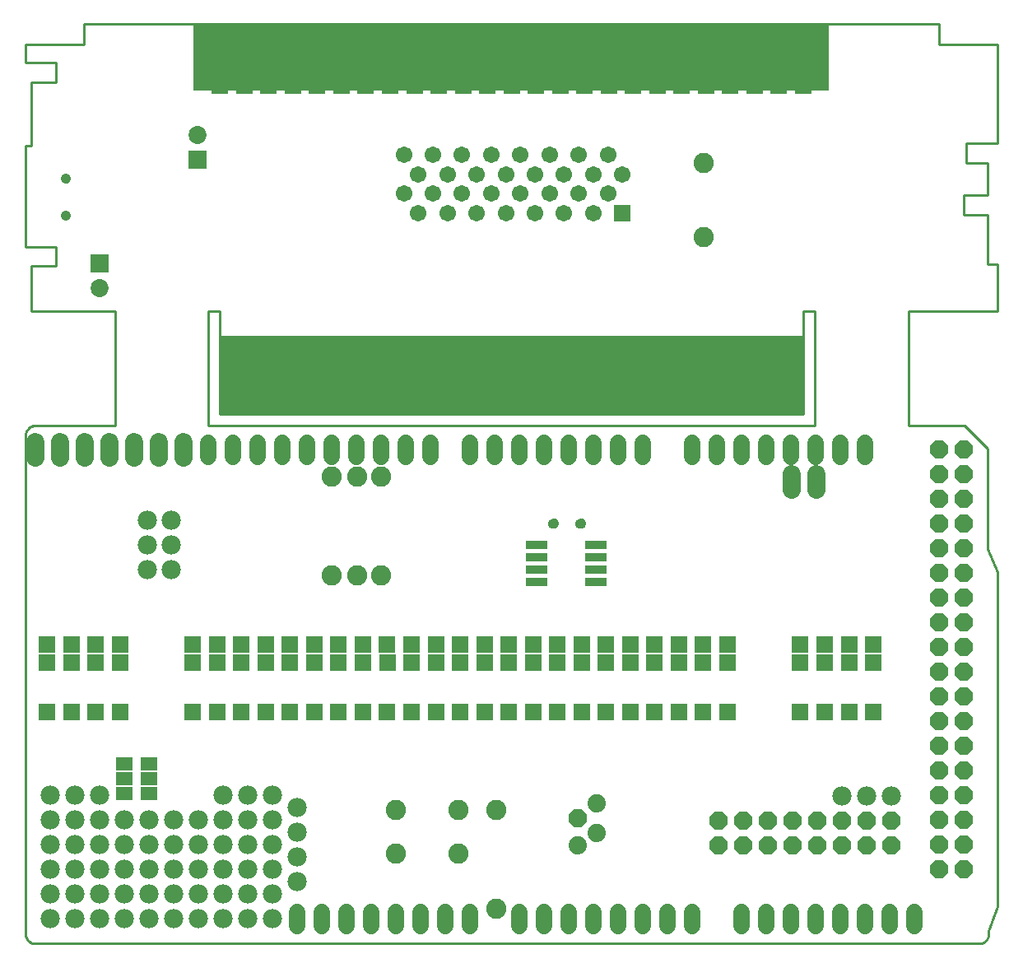
<source format=gts>
G75*
%MOIN*%
%OFA0B0*%
%FSLAX25Y25*%
%IPPOS*%
%LPD*%
%AMOC8*
5,1,8,0,0,1.08239X$1,22.5*
%
%ADD10C,0.01000*%
%ADD11R,2.36220X0.32283*%
%ADD12R,2.57283X0.27362*%
%ADD13C,0.06546*%
%ADD14OC8,0.07400*%
%ADD15OC8,0.07200*%
%ADD16C,0.08200*%
%ADD17C,0.07400*%
%ADD18C,0.07200*%
%ADD19R,0.08800X0.03400*%
%ADD20R,0.07137X0.07137*%
%ADD21C,0.00500*%
%ADD22C,0.07800*%
%ADD23R,0.07100X0.05400*%
%ADD24R,0.08674X0.28359*%
%ADD25R,0.06706X0.28359*%
%ADD26C,0.00000*%
%ADD27C,0.04146*%
%ADD28R,0.07300X0.07300*%
%ADD29C,0.07300*%
%ADD30C,0.06743*%
%ADD31R,0.06743X0.06743*%
D10*
X0013866Y0005937D02*
X0013866Y0207906D01*
X0013868Y0208030D01*
X0013874Y0208153D01*
X0013883Y0208277D01*
X0013897Y0208399D01*
X0013914Y0208522D01*
X0013936Y0208644D01*
X0013961Y0208765D01*
X0013990Y0208885D01*
X0014022Y0209004D01*
X0014059Y0209123D01*
X0014099Y0209240D01*
X0014142Y0209355D01*
X0014190Y0209470D01*
X0014241Y0209582D01*
X0014295Y0209693D01*
X0014353Y0209803D01*
X0014414Y0209910D01*
X0014479Y0210016D01*
X0014547Y0210119D01*
X0014618Y0210220D01*
X0014692Y0210319D01*
X0014769Y0210416D01*
X0014850Y0210510D01*
X0014933Y0210601D01*
X0015019Y0210690D01*
X0015108Y0210776D01*
X0015199Y0210859D01*
X0015293Y0210940D01*
X0015390Y0211017D01*
X0015489Y0211091D01*
X0015590Y0211162D01*
X0015693Y0211230D01*
X0015799Y0211295D01*
X0015906Y0211356D01*
X0016016Y0211414D01*
X0016127Y0211468D01*
X0016239Y0211519D01*
X0016354Y0211567D01*
X0016469Y0211610D01*
X0016586Y0211650D01*
X0016705Y0211687D01*
X0016824Y0211719D01*
X0016944Y0211748D01*
X0017065Y0211773D01*
X0017187Y0211795D01*
X0017310Y0211812D01*
X0017432Y0211826D01*
X0017556Y0211835D01*
X0017679Y0211841D01*
X0017803Y0211843D01*
X0050087Y0211843D01*
X0050087Y0258299D01*
X0016228Y0258299D01*
X0016228Y0276409D01*
X0026071Y0276409D01*
X0026071Y0284283D01*
X0013866Y0284283D01*
X0013866Y0325228D01*
X0016228Y0325228D01*
X0016228Y0350819D01*
X0026071Y0350819D01*
X0026071Y0358693D01*
X0013866Y0358693D01*
X0013866Y0366173D01*
X0037488Y0366173D01*
X0037488Y0374441D01*
X0383945Y0374441D01*
X0383945Y0366173D01*
X0407567Y0366173D01*
X0407567Y0326016D01*
X0394969Y0326016D01*
X0394969Y0318142D01*
X0403630Y0318142D01*
X0403630Y0305150D01*
X0393787Y0305150D01*
X0393787Y0297276D01*
X0403630Y0297276D01*
X0403630Y0277197D01*
X0407567Y0277197D01*
X0407567Y0258299D01*
X0371346Y0258299D01*
X0371346Y0211843D01*
X0394181Y0211843D01*
X0403630Y0202394D01*
X0403630Y0161843D01*
X0407567Y0152394D01*
X0407567Y0017000D01*
X0403866Y0007000D01*
X0403866Y0005937D01*
X0403864Y0005813D01*
X0403858Y0005690D01*
X0403849Y0005566D01*
X0403835Y0005444D01*
X0403818Y0005321D01*
X0403796Y0005199D01*
X0403771Y0005078D01*
X0403742Y0004958D01*
X0403710Y0004839D01*
X0403673Y0004720D01*
X0403633Y0004603D01*
X0403590Y0004488D01*
X0403542Y0004373D01*
X0403491Y0004261D01*
X0403437Y0004150D01*
X0403379Y0004040D01*
X0403318Y0003933D01*
X0403253Y0003827D01*
X0403185Y0003724D01*
X0403114Y0003623D01*
X0403040Y0003524D01*
X0402963Y0003427D01*
X0402882Y0003333D01*
X0402799Y0003242D01*
X0402713Y0003153D01*
X0402624Y0003067D01*
X0402533Y0002984D01*
X0402439Y0002903D01*
X0402342Y0002826D01*
X0402243Y0002752D01*
X0402142Y0002681D01*
X0402039Y0002613D01*
X0401933Y0002548D01*
X0401826Y0002487D01*
X0401716Y0002429D01*
X0401605Y0002375D01*
X0401493Y0002324D01*
X0401378Y0002276D01*
X0401263Y0002233D01*
X0401146Y0002193D01*
X0401027Y0002156D01*
X0400908Y0002124D01*
X0400788Y0002095D01*
X0400667Y0002070D01*
X0400545Y0002048D01*
X0400422Y0002031D01*
X0400300Y0002017D01*
X0400176Y0002008D01*
X0400053Y0002002D01*
X0399929Y0002000D01*
X0017803Y0002000D01*
X0017679Y0002002D01*
X0017556Y0002008D01*
X0017432Y0002017D01*
X0017310Y0002031D01*
X0017187Y0002048D01*
X0017065Y0002070D01*
X0016944Y0002095D01*
X0016824Y0002124D01*
X0016705Y0002156D01*
X0016586Y0002193D01*
X0016469Y0002233D01*
X0016354Y0002276D01*
X0016239Y0002324D01*
X0016127Y0002375D01*
X0016016Y0002429D01*
X0015906Y0002487D01*
X0015799Y0002548D01*
X0015693Y0002613D01*
X0015590Y0002681D01*
X0015489Y0002752D01*
X0015390Y0002826D01*
X0015293Y0002903D01*
X0015199Y0002984D01*
X0015108Y0003067D01*
X0015019Y0003153D01*
X0014933Y0003242D01*
X0014850Y0003333D01*
X0014769Y0003427D01*
X0014692Y0003524D01*
X0014618Y0003623D01*
X0014547Y0003724D01*
X0014479Y0003827D01*
X0014414Y0003933D01*
X0014353Y0004040D01*
X0014295Y0004150D01*
X0014241Y0004261D01*
X0014190Y0004373D01*
X0014142Y0004488D01*
X0014099Y0004603D01*
X0014059Y0004720D01*
X0014022Y0004839D01*
X0013990Y0004958D01*
X0013961Y0005078D01*
X0013936Y0005199D01*
X0013914Y0005321D01*
X0013897Y0005444D01*
X0013883Y0005566D01*
X0013874Y0005690D01*
X0013868Y0005813D01*
X0013866Y0005937D01*
X0087882Y0211843D02*
X0087882Y0258299D01*
X0092606Y0258299D01*
X0092606Y0216567D01*
X0328827Y0216567D01*
X0328827Y0258299D01*
X0333551Y0258299D01*
X0333551Y0211843D01*
X0087882Y0211843D01*
D11*
X0210717Y0232315D03*
X0210717Y0232315D03*
D12*
X0210618Y0361154D03*
D13*
X0213866Y0204873D02*
X0213866Y0199127D01*
X0223866Y0199127D02*
X0223866Y0204873D01*
X0233866Y0204873D02*
X0233866Y0199127D01*
X0243866Y0199127D02*
X0243866Y0204873D01*
X0253866Y0204873D02*
X0253866Y0199127D01*
X0263866Y0199127D02*
X0263866Y0204873D01*
X0283866Y0204873D02*
X0283866Y0199127D01*
X0293866Y0199127D02*
X0293866Y0204873D01*
X0303866Y0204873D02*
X0303866Y0199127D01*
X0313866Y0199127D02*
X0313866Y0204873D01*
X0323866Y0204873D02*
X0323866Y0199127D01*
X0333866Y0199127D02*
X0333866Y0204873D01*
X0343866Y0204873D02*
X0343866Y0199127D01*
X0353866Y0199127D02*
X0353866Y0204873D01*
X0203866Y0204873D02*
X0203866Y0199127D01*
X0193866Y0199127D02*
X0193866Y0204873D01*
X0177866Y0204873D02*
X0177866Y0199127D01*
X0167866Y0199127D02*
X0167866Y0204873D01*
X0157866Y0204873D02*
X0157866Y0199127D01*
X0147866Y0199127D02*
X0147866Y0204873D01*
X0137866Y0204873D02*
X0137866Y0199127D01*
X0127866Y0199127D02*
X0127866Y0204873D01*
X0117866Y0204873D02*
X0117866Y0199127D01*
X0107866Y0199127D02*
X0107866Y0204873D01*
X0097866Y0204873D02*
X0097866Y0199127D01*
X0087866Y0199127D02*
X0087866Y0204873D01*
X0123866Y0014873D02*
X0123866Y0009127D01*
X0133866Y0009127D02*
X0133866Y0014873D01*
X0143866Y0014873D02*
X0143866Y0009127D01*
X0153866Y0009127D02*
X0153866Y0014873D01*
X0163866Y0014873D02*
X0163866Y0009127D01*
X0173866Y0009127D02*
X0173866Y0014873D01*
X0183866Y0014873D02*
X0183866Y0009127D01*
X0193866Y0009127D02*
X0193866Y0014873D01*
X0213866Y0014873D02*
X0213866Y0009127D01*
X0223866Y0009127D02*
X0223866Y0014873D01*
X0233866Y0014873D02*
X0233866Y0009127D01*
X0243866Y0009127D02*
X0243866Y0014873D01*
X0253866Y0014873D02*
X0253866Y0009127D01*
X0263866Y0009127D02*
X0263866Y0014873D01*
X0273866Y0014873D02*
X0273866Y0009127D01*
X0283866Y0009127D02*
X0283866Y0014873D01*
X0303866Y0014873D02*
X0303866Y0009127D01*
X0313866Y0009127D02*
X0313866Y0014873D01*
X0323866Y0014873D02*
X0323866Y0009127D01*
X0333866Y0009127D02*
X0333866Y0014873D01*
X0343866Y0014873D02*
X0343866Y0009127D01*
X0353866Y0009127D02*
X0353866Y0014873D01*
X0363866Y0014873D02*
X0363866Y0009127D01*
X0373866Y0009127D02*
X0373866Y0014873D01*
D14*
X0383866Y0032000D03*
X0383866Y0042000D03*
X0383866Y0052000D03*
X0383866Y0062000D03*
X0383866Y0072000D03*
X0383866Y0082000D03*
X0383866Y0092000D03*
X0383866Y0102000D03*
X0383866Y0112000D03*
X0383866Y0122000D03*
X0383866Y0132000D03*
X0383866Y0142000D03*
X0383866Y0152000D03*
X0383866Y0162000D03*
X0383866Y0172000D03*
X0383866Y0182000D03*
X0383866Y0192000D03*
X0383866Y0202000D03*
X0393866Y0202000D03*
X0393866Y0192000D03*
X0393866Y0182000D03*
X0393866Y0172000D03*
X0393866Y0162000D03*
X0393866Y0152000D03*
X0393866Y0142000D03*
X0393866Y0132000D03*
X0393866Y0122000D03*
X0393866Y0112000D03*
X0393866Y0102000D03*
X0393866Y0092000D03*
X0393866Y0082000D03*
X0393866Y0072000D03*
X0393866Y0062000D03*
X0393866Y0052000D03*
X0393866Y0042000D03*
X0393866Y0032000D03*
X0237613Y0052925D03*
D15*
X0294614Y0051882D03*
X0294614Y0041882D03*
X0304614Y0041882D03*
X0304614Y0051882D03*
X0314614Y0051882D03*
X0314614Y0041882D03*
X0324614Y0041882D03*
X0324614Y0051882D03*
X0334614Y0051882D03*
X0334614Y0041882D03*
X0344614Y0041882D03*
X0344614Y0051882D03*
X0354614Y0051882D03*
X0354614Y0041882D03*
X0364614Y0041882D03*
X0364614Y0051882D03*
D16*
X0204575Y0056252D03*
X0189265Y0056176D03*
X0189265Y0038376D03*
X0204575Y0016252D03*
X0163665Y0038376D03*
X0163665Y0056176D03*
X0157961Y0151291D03*
X0148118Y0151291D03*
X0137882Y0151291D03*
X0137882Y0191291D03*
X0148118Y0191291D03*
X0157961Y0191291D03*
X0288472Y0288181D03*
X0288472Y0318181D03*
D17*
X0245238Y0058925D03*
X0245238Y0046925D03*
X0237613Y0041925D03*
D18*
X0324024Y0185808D02*
X0324024Y0192208D01*
X0334024Y0192208D02*
X0334024Y0185808D01*
X0077921Y0198800D02*
X0077921Y0205200D01*
X0067921Y0205200D02*
X0067921Y0198800D01*
X0057921Y0198800D02*
X0057921Y0205200D01*
X0047921Y0205200D02*
X0047921Y0198800D01*
X0037921Y0198800D02*
X0037921Y0205200D01*
X0027921Y0205200D02*
X0027921Y0198800D01*
X0017921Y0198800D02*
X0017921Y0205200D01*
D19*
X0220664Y0163437D03*
X0220664Y0158437D03*
X0220664Y0153437D03*
X0220664Y0148437D03*
X0244864Y0148437D03*
X0244864Y0153437D03*
X0244864Y0158437D03*
X0244864Y0163437D03*
D20*
X0248906Y0123014D03*
X0248913Y0115671D03*
X0239071Y0115671D03*
X0239063Y0123014D03*
X0229220Y0123014D03*
X0229228Y0115671D03*
X0219386Y0115671D03*
X0219378Y0123014D03*
X0209535Y0123014D03*
X0209543Y0115671D03*
X0199701Y0115671D03*
X0199693Y0123014D03*
X0189850Y0123014D03*
X0189858Y0115671D03*
X0180016Y0115671D03*
X0180008Y0123014D03*
X0170165Y0123014D03*
X0170173Y0115671D03*
X0160331Y0115671D03*
X0160323Y0123014D03*
X0150480Y0123014D03*
X0150488Y0115671D03*
X0140646Y0115671D03*
X0140638Y0123014D03*
X0130795Y0123014D03*
X0130803Y0115671D03*
X0120961Y0115671D03*
X0120953Y0123014D03*
X0111110Y0123014D03*
X0111118Y0115671D03*
X0101276Y0115671D03*
X0101268Y0123014D03*
X0091425Y0123014D03*
X0091433Y0115671D03*
X0081591Y0115671D03*
X0081583Y0123014D03*
X0081583Y0095947D03*
X0091425Y0095947D03*
X0101268Y0095947D03*
X0111110Y0095947D03*
X0120953Y0095947D03*
X0130795Y0095947D03*
X0140638Y0095947D03*
X0150480Y0095947D03*
X0160323Y0095947D03*
X0170165Y0095947D03*
X0180008Y0095947D03*
X0189850Y0095947D03*
X0199693Y0095947D03*
X0209535Y0095947D03*
X0219378Y0095947D03*
X0229220Y0095947D03*
X0239063Y0095947D03*
X0248906Y0095947D03*
X0258748Y0095947D03*
X0268591Y0095947D03*
X0278433Y0095947D03*
X0288276Y0095947D03*
X0298118Y0095947D03*
X0298126Y0115671D03*
X0298118Y0123014D03*
X0288276Y0123014D03*
X0288283Y0115671D03*
X0278441Y0115671D03*
X0278433Y0123014D03*
X0268591Y0123014D03*
X0268598Y0115671D03*
X0258756Y0115671D03*
X0258748Y0123014D03*
X0327646Y0123014D03*
X0327654Y0115671D03*
X0337496Y0115671D03*
X0337488Y0123014D03*
X0347331Y0123014D03*
X0347339Y0115671D03*
X0357181Y0115671D03*
X0357173Y0123014D03*
X0357173Y0095947D03*
X0347331Y0095947D03*
X0337488Y0095947D03*
X0327646Y0095947D03*
X0052055Y0095947D03*
X0042213Y0095947D03*
X0032370Y0095947D03*
X0022528Y0095947D03*
X0022535Y0115671D03*
X0022528Y0123014D03*
X0032370Y0123014D03*
X0032378Y0115671D03*
X0042220Y0115671D03*
X0042213Y0123014D03*
X0052055Y0123014D03*
X0052063Y0115671D03*
D21*
X0225929Y0171639D02*
X0225878Y0172019D01*
X0225913Y0172419D01*
X0226036Y0172802D01*
X0226241Y0173147D01*
X0226518Y0173439D01*
X0226853Y0173661D01*
X0227229Y0173803D01*
X0227628Y0173858D01*
X0228021Y0173807D01*
X0228392Y0173670D01*
X0228724Y0173454D01*
X0229000Y0173169D01*
X0229205Y0172829D01*
X0229330Y0172453D01*
X0229367Y0172059D01*
X0229321Y0171675D01*
X0229190Y0171312D01*
X0228982Y0170986D01*
X0228706Y0170716D01*
X0228378Y0170513D01*
X0228012Y0170388D01*
X0227628Y0170348D01*
X0227246Y0170382D01*
X0226882Y0170500D01*
X0226553Y0170697D01*
X0226275Y0170961D01*
X0226064Y0171280D01*
X0225929Y0171639D01*
X0225984Y0171494D02*
X0229256Y0171494D01*
X0229359Y0171992D02*
X0225881Y0171992D01*
X0225936Y0172491D02*
X0229317Y0172491D01*
X0229108Y0172989D02*
X0226147Y0172989D01*
X0226592Y0173488D02*
X0228672Y0173488D01*
X0228988Y0170995D02*
X0226253Y0170995D01*
X0226893Y0170497D02*
X0228331Y0170497D01*
X0236949Y0171639D02*
X0236898Y0172019D01*
X0236933Y0172419D01*
X0237056Y0172802D01*
X0237261Y0173147D01*
X0237538Y0173439D01*
X0237873Y0173661D01*
X0238249Y0173803D01*
X0238648Y0173858D01*
X0239041Y0173807D01*
X0239413Y0173670D01*
X0239744Y0173454D01*
X0240020Y0173169D01*
X0240225Y0172829D01*
X0240350Y0172453D01*
X0240387Y0172059D01*
X0240341Y0171675D01*
X0240210Y0171312D01*
X0240002Y0170986D01*
X0239726Y0170716D01*
X0239398Y0170513D01*
X0239032Y0170388D01*
X0238648Y0170348D01*
X0238266Y0170382D01*
X0237902Y0170500D01*
X0237573Y0170697D01*
X0237296Y0170961D01*
X0237084Y0171280D01*
X0236949Y0171639D01*
X0237004Y0171494D02*
X0240276Y0171494D01*
X0240379Y0171992D02*
X0236901Y0171992D01*
X0236956Y0172491D02*
X0240337Y0172491D01*
X0240128Y0172989D02*
X0237167Y0172989D01*
X0237612Y0173488D02*
X0239692Y0173488D01*
X0240008Y0170995D02*
X0237273Y0170995D01*
X0237913Y0170497D02*
X0239351Y0170497D01*
D22*
X0344575Y0061724D03*
X0354575Y0061724D03*
X0364575Y0061724D03*
X0123866Y0057000D03*
X0123866Y0047000D03*
X0123866Y0037000D03*
X0123866Y0027000D03*
X0113866Y0022000D03*
X0103866Y0022000D03*
X0103866Y0012000D03*
X0113866Y0012000D03*
X0093866Y0012000D03*
X0083866Y0012000D03*
X0073866Y0012000D03*
X0073866Y0022000D03*
X0083866Y0022000D03*
X0093866Y0022000D03*
X0093866Y0032000D03*
X0083866Y0032000D03*
X0073866Y0032000D03*
X0063866Y0032000D03*
X0053866Y0032000D03*
X0043866Y0032000D03*
X0033866Y0032000D03*
X0023866Y0032000D03*
X0023866Y0022000D03*
X0023866Y0012000D03*
X0033866Y0012000D03*
X0033866Y0022000D03*
X0043866Y0022000D03*
X0043866Y0012000D03*
X0053866Y0012000D03*
X0053866Y0022000D03*
X0063866Y0022000D03*
X0063866Y0012000D03*
X0063866Y0042000D03*
X0053866Y0042000D03*
X0053866Y0052000D03*
X0063866Y0052000D03*
X0073866Y0052000D03*
X0073866Y0042000D03*
X0083866Y0042000D03*
X0083866Y0052000D03*
X0093866Y0052000D03*
X0093866Y0042000D03*
X0103866Y0042000D03*
X0103866Y0052000D03*
X0113866Y0052000D03*
X0113866Y0042000D03*
X0113866Y0032000D03*
X0103866Y0032000D03*
X0103866Y0062000D03*
X0113866Y0062000D03*
X0093866Y0062000D03*
X0043866Y0062000D03*
X0033866Y0062000D03*
X0023866Y0062000D03*
X0023866Y0052000D03*
X0023866Y0042000D03*
X0033866Y0042000D03*
X0033866Y0052000D03*
X0043866Y0052000D03*
X0043866Y0042000D03*
X0063079Y0153417D03*
X0072921Y0153417D03*
X0072921Y0163417D03*
X0063079Y0163417D03*
X0063079Y0173417D03*
X0072921Y0173417D03*
D23*
X0063866Y0074929D03*
X0063866Y0068929D03*
X0063866Y0062929D03*
X0053827Y0062929D03*
X0053827Y0068929D03*
X0053827Y0074929D03*
D24*
X0101465Y0234283D03*
X0319969Y0234283D03*
D25*
X0309142Y0234283D03*
X0299299Y0234283D03*
X0289457Y0234283D03*
X0279614Y0234283D03*
X0269772Y0234283D03*
X0259929Y0234283D03*
X0250087Y0234283D03*
X0240244Y0234283D03*
X0230402Y0234283D03*
X0220559Y0234283D03*
X0210717Y0234283D03*
X0200874Y0234283D03*
X0191031Y0234283D03*
X0181189Y0234283D03*
X0171346Y0234283D03*
X0161504Y0234283D03*
X0151661Y0234283D03*
X0141819Y0234283D03*
X0131976Y0234283D03*
X0122134Y0234283D03*
X0112291Y0234283D03*
X0112291Y0360268D03*
X0102449Y0360268D03*
X0092606Y0360268D03*
X0122134Y0360268D03*
X0131976Y0360268D03*
X0141819Y0360268D03*
X0151661Y0360268D03*
X0161504Y0360268D03*
X0171346Y0360268D03*
X0181189Y0360268D03*
X0191031Y0360268D03*
X0200874Y0360268D03*
X0210717Y0360268D03*
X0220559Y0360268D03*
X0230402Y0360268D03*
X0240244Y0360268D03*
X0250087Y0360268D03*
X0259929Y0360268D03*
X0269772Y0360268D03*
X0279614Y0360268D03*
X0289457Y0360268D03*
X0299299Y0360268D03*
X0309142Y0360268D03*
X0318984Y0360268D03*
X0328827Y0360268D03*
D26*
X0028335Y0311843D02*
X0028337Y0311924D01*
X0028343Y0312006D01*
X0028353Y0312087D01*
X0028367Y0312167D01*
X0028384Y0312246D01*
X0028406Y0312325D01*
X0028431Y0312402D01*
X0028460Y0312479D01*
X0028493Y0312553D01*
X0028530Y0312626D01*
X0028569Y0312697D01*
X0028613Y0312766D01*
X0028659Y0312833D01*
X0028709Y0312897D01*
X0028762Y0312959D01*
X0028818Y0313019D01*
X0028876Y0313075D01*
X0028938Y0313129D01*
X0029002Y0313180D01*
X0029068Y0313227D01*
X0029136Y0313271D01*
X0029207Y0313312D01*
X0029279Y0313349D01*
X0029354Y0313383D01*
X0029429Y0313413D01*
X0029507Y0313439D01*
X0029585Y0313462D01*
X0029664Y0313480D01*
X0029744Y0313495D01*
X0029825Y0313506D01*
X0029906Y0313513D01*
X0029988Y0313516D01*
X0030069Y0313515D01*
X0030150Y0313510D01*
X0030231Y0313501D01*
X0030312Y0313488D01*
X0030392Y0313471D01*
X0030470Y0313451D01*
X0030548Y0313426D01*
X0030625Y0313398D01*
X0030700Y0313366D01*
X0030773Y0313331D01*
X0030844Y0313292D01*
X0030914Y0313249D01*
X0030981Y0313204D01*
X0031047Y0313155D01*
X0031109Y0313103D01*
X0031169Y0313047D01*
X0031226Y0312989D01*
X0031281Y0312929D01*
X0031332Y0312865D01*
X0031380Y0312800D01*
X0031425Y0312732D01*
X0031467Y0312662D01*
X0031505Y0312590D01*
X0031540Y0312516D01*
X0031571Y0312441D01*
X0031598Y0312364D01*
X0031621Y0312286D01*
X0031641Y0312207D01*
X0031657Y0312127D01*
X0031669Y0312046D01*
X0031677Y0311965D01*
X0031681Y0311884D01*
X0031681Y0311802D01*
X0031677Y0311721D01*
X0031669Y0311640D01*
X0031657Y0311559D01*
X0031641Y0311479D01*
X0031621Y0311400D01*
X0031598Y0311322D01*
X0031571Y0311245D01*
X0031540Y0311170D01*
X0031505Y0311096D01*
X0031467Y0311024D01*
X0031425Y0310954D01*
X0031380Y0310886D01*
X0031332Y0310821D01*
X0031281Y0310757D01*
X0031226Y0310697D01*
X0031169Y0310639D01*
X0031109Y0310583D01*
X0031047Y0310531D01*
X0030981Y0310482D01*
X0030914Y0310437D01*
X0030845Y0310394D01*
X0030773Y0310355D01*
X0030700Y0310320D01*
X0030625Y0310288D01*
X0030548Y0310260D01*
X0030470Y0310235D01*
X0030392Y0310215D01*
X0030312Y0310198D01*
X0030231Y0310185D01*
X0030150Y0310176D01*
X0030069Y0310171D01*
X0029988Y0310170D01*
X0029906Y0310173D01*
X0029825Y0310180D01*
X0029744Y0310191D01*
X0029664Y0310206D01*
X0029585Y0310224D01*
X0029507Y0310247D01*
X0029429Y0310273D01*
X0029354Y0310303D01*
X0029279Y0310337D01*
X0029207Y0310374D01*
X0029136Y0310415D01*
X0029068Y0310459D01*
X0029002Y0310506D01*
X0028938Y0310557D01*
X0028876Y0310611D01*
X0028818Y0310667D01*
X0028762Y0310727D01*
X0028709Y0310789D01*
X0028659Y0310853D01*
X0028613Y0310920D01*
X0028569Y0310989D01*
X0028530Y0311060D01*
X0028493Y0311133D01*
X0028460Y0311207D01*
X0028431Y0311284D01*
X0028406Y0311361D01*
X0028384Y0311440D01*
X0028367Y0311519D01*
X0028353Y0311599D01*
X0028343Y0311680D01*
X0028337Y0311762D01*
X0028335Y0311843D01*
X0028335Y0296882D02*
X0028337Y0296963D01*
X0028343Y0297045D01*
X0028353Y0297126D01*
X0028367Y0297206D01*
X0028384Y0297285D01*
X0028406Y0297364D01*
X0028431Y0297441D01*
X0028460Y0297518D01*
X0028493Y0297592D01*
X0028530Y0297665D01*
X0028569Y0297736D01*
X0028613Y0297805D01*
X0028659Y0297872D01*
X0028709Y0297936D01*
X0028762Y0297998D01*
X0028818Y0298058D01*
X0028876Y0298114D01*
X0028938Y0298168D01*
X0029002Y0298219D01*
X0029068Y0298266D01*
X0029136Y0298310D01*
X0029207Y0298351D01*
X0029279Y0298388D01*
X0029354Y0298422D01*
X0029429Y0298452D01*
X0029507Y0298478D01*
X0029585Y0298501D01*
X0029664Y0298519D01*
X0029744Y0298534D01*
X0029825Y0298545D01*
X0029906Y0298552D01*
X0029988Y0298555D01*
X0030069Y0298554D01*
X0030150Y0298549D01*
X0030231Y0298540D01*
X0030312Y0298527D01*
X0030392Y0298510D01*
X0030470Y0298490D01*
X0030548Y0298465D01*
X0030625Y0298437D01*
X0030700Y0298405D01*
X0030773Y0298370D01*
X0030844Y0298331D01*
X0030914Y0298288D01*
X0030981Y0298243D01*
X0031047Y0298194D01*
X0031109Y0298142D01*
X0031169Y0298086D01*
X0031226Y0298028D01*
X0031281Y0297968D01*
X0031332Y0297904D01*
X0031380Y0297839D01*
X0031425Y0297771D01*
X0031467Y0297701D01*
X0031505Y0297629D01*
X0031540Y0297555D01*
X0031571Y0297480D01*
X0031598Y0297403D01*
X0031621Y0297325D01*
X0031641Y0297246D01*
X0031657Y0297166D01*
X0031669Y0297085D01*
X0031677Y0297004D01*
X0031681Y0296923D01*
X0031681Y0296841D01*
X0031677Y0296760D01*
X0031669Y0296679D01*
X0031657Y0296598D01*
X0031641Y0296518D01*
X0031621Y0296439D01*
X0031598Y0296361D01*
X0031571Y0296284D01*
X0031540Y0296209D01*
X0031505Y0296135D01*
X0031467Y0296063D01*
X0031425Y0295993D01*
X0031380Y0295925D01*
X0031332Y0295860D01*
X0031281Y0295796D01*
X0031226Y0295736D01*
X0031169Y0295678D01*
X0031109Y0295622D01*
X0031047Y0295570D01*
X0030981Y0295521D01*
X0030914Y0295476D01*
X0030845Y0295433D01*
X0030773Y0295394D01*
X0030700Y0295359D01*
X0030625Y0295327D01*
X0030548Y0295299D01*
X0030470Y0295274D01*
X0030392Y0295254D01*
X0030312Y0295237D01*
X0030231Y0295224D01*
X0030150Y0295215D01*
X0030069Y0295210D01*
X0029988Y0295209D01*
X0029906Y0295212D01*
X0029825Y0295219D01*
X0029744Y0295230D01*
X0029664Y0295245D01*
X0029585Y0295263D01*
X0029507Y0295286D01*
X0029429Y0295312D01*
X0029354Y0295342D01*
X0029279Y0295376D01*
X0029207Y0295413D01*
X0029136Y0295454D01*
X0029068Y0295498D01*
X0029002Y0295545D01*
X0028938Y0295596D01*
X0028876Y0295650D01*
X0028818Y0295706D01*
X0028762Y0295766D01*
X0028709Y0295828D01*
X0028659Y0295892D01*
X0028613Y0295959D01*
X0028569Y0296028D01*
X0028530Y0296099D01*
X0028493Y0296172D01*
X0028460Y0296246D01*
X0028431Y0296323D01*
X0028406Y0296400D01*
X0028384Y0296479D01*
X0028367Y0296558D01*
X0028353Y0296638D01*
X0028343Y0296719D01*
X0028337Y0296801D01*
X0028335Y0296882D01*
D27*
X0030008Y0296882D03*
X0030008Y0311843D03*
D28*
X0043787Y0277472D03*
X0083551Y0319441D03*
D29*
X0083551Y0329441D03*
X0043787Y0267472D03*
D30*
X0167016Y0305740D03*
X0172921Y0297866D03*
X0178827Y0305740D03*
X0184732Y0297866D03*
X0190638Y0305740D03*
X0196543Y0297866D03*
X0202449Y0305740D03*
X0208354Y0297866D03*
X0214260Y0305740D03*
X0220165Y0297866D03*
X0226071Y0305740D03*
X0231976Y0297866D03*
X0237882Y0305740D03*
X0243787Y0297866D03*
X0249693Y0305740D03*
X0255598Y0313614D03*
X0249693Y0321488D03*
X0243787Y0313614D03*
X0237882Y0321488D03*
X0231976Y0313614D03*
X0226071Y0321488D03*
X0220165Y0313614D03*
X0214260Y0321488D03*
X0208354Y0313614D03*
X0202449Y0321488D03*
X0196543Y0313614D03*
X0190638Y0321488D03*
X0184732Y0313614D03*
X0178827Y0321488D03*
X0172921Y0313614D03*
X0167016Y0321488D03*
D31*
X0255598Y0297866D03*
M02*

</source>
